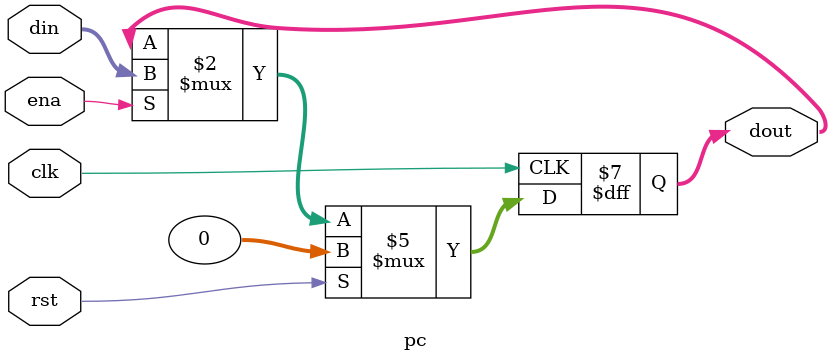
<source format=v>
`timescale 1ns/1ps
module pc (
    input wire clk,rst,ena,
    input wire[31:0]din,
    output reg[31:0]dout
);
    always @(posedge clk) begin
        if(rst) dout <= 32'b0;
        else if(ena) dout <= din;
    end
endmodule
</source>
